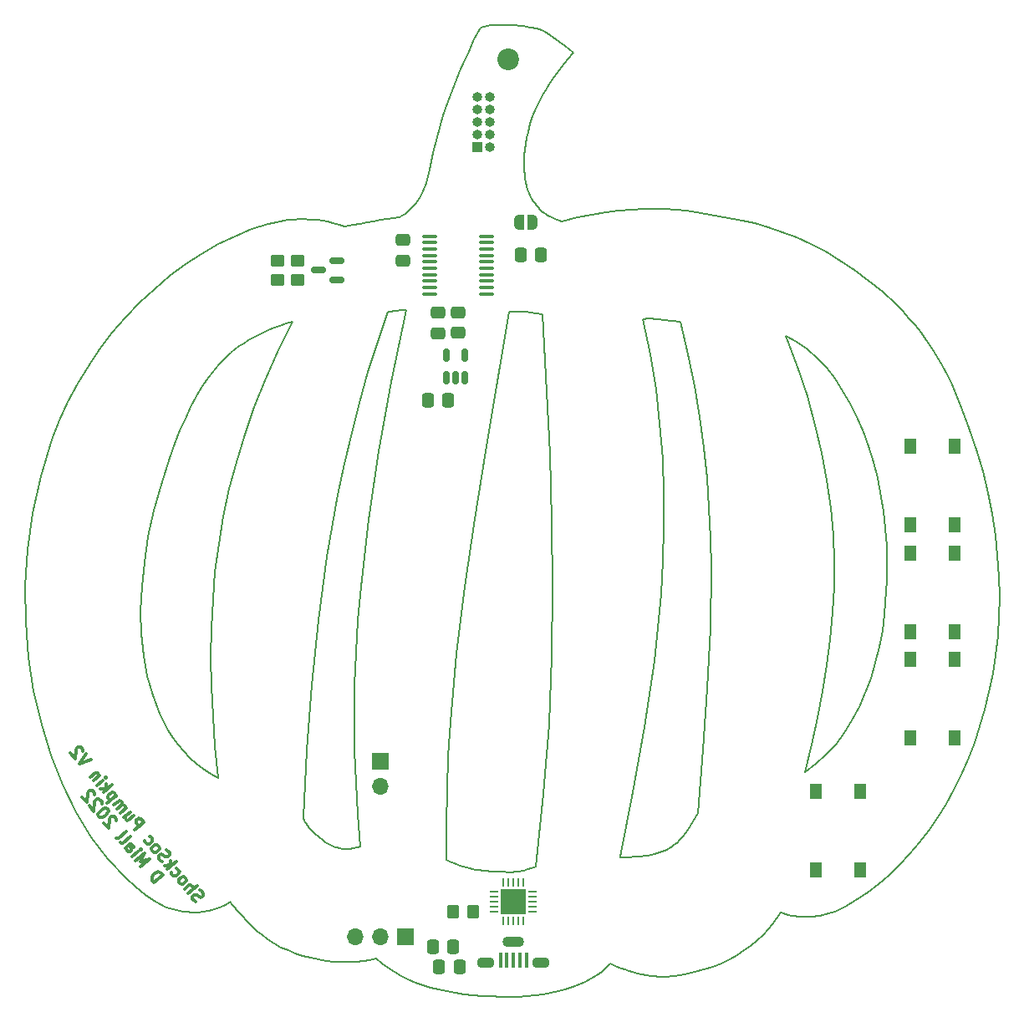
<source format=gbr>
%TF.GenerationSoftware,KiCad,Pcbnew,(6.0.7)*%
%TF.CreationDate,2022-10-09T23:44:08+01:00*%
%TF.ProjectId,Shocksoc-Pumpkin,53686f63-6b73-46f6-932d-50756d706b69,rev?*%
%TF.SameCoordinates,Original*%
%TF.FileFunction,Soldermask,Bot*%
%TF.FilePolarity,Negative*%
%FSLAX46Y46*%
G04 Gerber Fmt 4.6, Leading zero omitted, Abs format (unit mm)*
G04 Created by KiCad (PCBNEW (6.0.7)) date 2022-10-09 23:44:08*
%MOMM*%
%LPD*%
G01*
G04 APERTURE LIST*
G04 Aperture macros list*
%AMRoundRect*
0 Rectangle with rounded corners*
0 $1 Rounding radius*
0 $2 $3 $4 $5 $6 $7 $8 $9 X,Y pos of 4 corners*
0 Add a 4 corners polygon primitive as box body*
4,1,4,$2,$3,$4,$5,$6,$7,$8,$9,$2,$3,0*
0 Add four circle primitives for the rounded corners*
1,1,$1+$1,$2,$3*
1,1,$1+$1,$4,$5*
1,1,$1+$1,$6,$7*
1,1,$1+$1,$8,$9*
0 Add four rect primitives between the rounded corners*
20,1,$1+$1,$2,$3,$4,$5,0*
20,1,$1+$1,$4,$5,$6,$7,0*
20,1,$1+$1,$6,$7,$8,$9,0*
20,1,$1+$1,$8,$9,$2,$3,0*%
%AMFreePoly0*
4,1,22,0.500000,-0.750000,0.000000,-0.750000,0.000000,-0.745033,-0.079941,-0.743568,-0.215256,-0.701293,-0.333266,-0.622738,-0.424486,-0.514219,-0.481581,-0.384460,-0.499164,-0.250000,-0.500000,-0.250000,-0.500000,0.250000,-0.499164,0.250000,-0.499963,0.256109,-0.478152,0.396186,-0.417904,0.524511,-0.324060,0.630769,-0.204165,0.706417,-0.067858,0.745374,0.000000,0.744959,0.000000,0.750000,
0.500000,0.750000,0.500000,-0.750000,0.500000,-0.750000,$1*%
%AMFreePoly1*
4,1,20,0.000000,0.744959,0.073905,0.744508,0.209726,0.703889,0.328688,0.626782,0.421226,0.519385,0.479903,0.390333,0.500000,0.250000,0.500000,-0.250000,0.499851,-0.262216,0.476331,-0.402017,0.414519,-0.529596,0.319384,-0.634700,0.198574,-0.708877,0.061801,-0.746166,0.000000,-0.745033,0.000000,-0.750000,-0.500000,-0.750000,-0.500000,0.750000,0.000000,0.750000,0.000000,0.744959,
0.000000,0.744959,$1*%
G04 Aperture macros list end*
%ADD10C,0.300000*%
%TA.AperFunction,Profile*%
%ADD11C,0.150000*%
%TD*%
%ADD12C,2.200000*%
%ADD13R,1.000000X1.000000*%
%ADD14O,1.000000X1.000000*%
%ADD15R,1.300000X1.550000*%
%ADD16R,1.700000X1.700000*%
%ADD17O,1.700000X1.700000*%
%ADD18RoundRect,0.250000X0.475000X-0.337500X0.475000X0.337500X-0.475000X0.337500X-0.475000X-0.337500X0*%
%ADD19RoundRect,0.250000X-0.450000X0.350000X-0.450000X-0.350000X0.450000X-0.350000X0.450000X0.350000X0*%
%ADD20RoundRect,0.250000X-0.337500X-0.475000X0.337500X-0.475000X0.337500X0.475000X-0.337500X0.475000X0*%
%ADD21RoundRect,0.250000X0.337500X0.475000X-0.337500X0.475000X-0.337500X-0.475000X0.337500X-0.475000X0*%
%ADD22FreePoly0,0.000000*%
%ADD23FreePoly1,0.000000*%
%ADD24RoundRect,0.062500X0.350000X0.062500X-0.350000X0.062500X-0.350000X-0.062500X0.350000X-0.062500X0*%
%ADD25RoundRect,0.062500X0.062500X0.350000X-0.062500X0.350000X-0.062500X-0.350000X0.062500X-0.350000X0*%
%ADD26R,2.500000X2.500000*%
%ADD27RoundRect,0.100000X0.637500X0.100000X-0.637500X0.100000X-0.637500X-0.100000X0.637500X-0.100000X0*%
%ADD28RoundRect,0.150000X0.587500X0.150000X-0.587500X0.150000X-0.587500X-0.150000X0.587500X-0.150000X0*%
%ADD29RoundRect,0.250000X-0.350000X-0.450000X0.350000X-0.450000X0.350000X0.450000X-0.350000X0.450000X0*%
%ADD30RoundRect,0.150000X0.150000X-0.512500X0.150000X0.512500X-0.150000X0.512500X-0.150000X-0.512500X0*%
%ADD31R,0.450000X1.500000*%
%ADD32O,1.800000X1.100000*%
%ADD33O,2.200000X1.100000*%
G04 APERTURE END LIST*
D10*
X63853969Y-123447287D02*
X63700003Y-123352696D01*
X63516349Y-123133826D01*
X63486662Y-123009547D01*
X63493705Y-122929043D01*
X63544522Y-122811807D01*
X63632070Y-122738346D01*
X63756349Y-122708658D01*
X63836854Y-122715702D01*
X63954089Y-122766519D01*
X64144786Y-122904884D01*
X64262021Y-122955701D01*
X64342526Y-122962745D01*
X64466805Y-122933057D01*
X64554353Y-122859596D01*
X64605170Y-122742360D01*
X64612213Y-122661856D01*
X64582526Y-122537577D01*
X64398872Y-122318707D01*
X64244906Y-122224116D01*
X63038850Y-122564765D02*
X63958103Y-121793419D01*
X62708273Y-122170799D02*
X63189787Y-121766761D01*
X63314066Y-121737073D01*
X63431301Y-121787891D01*
X63541493Y-121919213D01*
X63571181Y-122043491D01*
X63564138Y-122123996D01*
X62230774Y-121601737D02*
X62348010Y-121652554D01*
X62428514Y-121659598D01*
X62552793Y-121629910D01*
X62815437Y-121409526D01*
X62866254Y-121292290D01*
X62873297Y-121211786D01*
X62843610Y-121087507D01*
X62733418Y-120956185D01*
X62616182Y-120905368D01*
X62535677Y-120898325D01*
X62411399Y-120928012D01*
X62148755Y-121148397D01*
X62097938Y-121265632D01*
X62090894Y-121346137D01*
X62120582Y-121470415D01*
X62230774Y-121601737D01*
X61356280Y-120470657D02*
X61385968Y-120594936D01*
X61532890Y-120770032D01*
X61650126Y-120820849D01*
X61730631Y-120827892D01*
X61854909Y-120798205D01*
X62117553Y-120577820D01*
X62168370Y-120460585D01*
X62175413Y-120380080D01*
X62145726Y-120255802D01*
X61998803Y-120080706D01*
X61881568Y-120029889D01*
X60981930Y-120113422D02*
X61901183Y-119342077D01*
X61258660Y-119732029D02*
X60688084Y-119763231D01*
X61300919Y-119249000D02*
X61244573Y-119893038D01*
X60438012Y-119376308D02*
X60284046Y-119281717D01*
X60100392Y-119062847D01*
X60070705Y-118938568D01*
X60077748Y-118858064D01*
X60128565Y-118740828D01*
X60216113Y-118667367D01*
X60340392Y-118637679D01*
X60420897Y-118644723D01*
X60538132Y-118695540D01*
X60728829Y-118833905D01*
X60846064Y-118884722D01*
X60926569Y-118891765D01*
X61050848Y-118862078D01*
X61138396Y-118788617D01*
X61189213Y-118671381D01*
X61196256Y-118590876D01*
X61166569Y-118466598D01*
X60982915Y-118247728D01*
X60828949Y-118153137D01*
X59512701Y-118362464D02*
X59629936Y-118413281D01*
X59710441Y-118420324D01*
X59834720Y-118390637D01*
X60097363Y-118170252D01*
X60148181Y-118053017D01*
X60155224Y-117972512D01*
X60125536Y-117848233D01*
X60015344Y-117716912D01*
X59898109Y-117666094D01*
X59817604Y-117659051D01*
X59693325Y-117688739D01*
X59430682Y-117909123D01*
X59379864Y-118026358D01*
X59372821Y-118106863D01*
X59402509Y-118231142D01*
X59512701Y-118362464D01*
X58638207Y-117231384D02*
X58667894Y-117355662D01*
X58814817Y-117530758D01*
X58932053Y-117581575D01*
X59012557Y-117588619D01*
X59136836Y-117558931D01*
X59399480Y-117338547D01*
X59450297Y-117221311D01*
X59457340Y-117140807D01*
X59427653Y-117016528D01*
X59280730Y-116841432D01*
X59163494Y-116790615D01*
X57676165Y-116173765D02*
X58595418Y-115402420D01*
X58301572Y-115052228D01*
X58184337Y-115001411D01*
X58103832Y-114994368D01*
X57979554Y-115024055D01*
X57848232Y-115134247D01*
X57797414Y-115251483D01*
X57790371Y-115331988D01*
X57820059Y-115456266D01*
X58113904Y-115806458D01*
X57187079Y-114346316D02*
X56574243Y-114860546D01*
X57517655Y-114740282D02*
X57036142Y-115144320D01*
X56911863Y-115174007D01*
X56794627Y-115123190D01*
X56684435Y-114991868D01*
X56654748Y-114867589D01*
X56661791Y-114787085D01*
X56206936Y-114422806D02*
X56819771Y-113908576D01*
X56732224Y-113982038D02*
X56739267Y-113901533D01*
X56709579Y-113777254D01*
X56599387Y-113645933D01*
X56482152Y-113595115D01*
X56357873Y-113624803D01*
X55876359Y-114028841D01*
X56357873Y-113624803D02*
X56408690Y-113507567D01*
X56379003Y-113383289D01*
X56268811Y-113251967D01*
X56151575Y-113201150D01*
X56027297Y-113230837D01*
X55545783Y-113634875D01*
X55791311Y-112682905D02*
X54872058Y-113454250D01*
X55747537Y-112719636D02*
X55717850Y-112595357D01*
X55570927Y-112420261D01*
X55453692Y-112369444D01*
X55373187Y-112362401D01*
X55248908Y-112392088D01*
X54986264Y-112612473D01*
X54935447Y-112729708D01*
X54928404Y-112810213D01*
X54958091Y-112934492D01*
X55105014Y-113109587D01*
X55222250Y-113160405D01*
X54480592Y-112365430D02*
X55399845Y-111594085D01*
X54757322Y-111984036D02*
X54186746Y-112015238D01*
X54799582Y-111501008D02*
X54743236Y-112145046D01*
X53856170Y-111621272D02*
X54469005Y-111107042D01*
X54775423Y-110849927D02*
X54768380Y-110930432D01*
X54687875Y-110923389D01*
X54694918Y-110842884D01*
X54775423Y-110849927D01*
X54687875Y-110923389D01*
X54101698Y-110669303D02*
X53488863Y-111183533D01*
X54014150Y-110742764D02*
X54021193Y-110662259D01*
X53991506Y-110537981D01*
X53881314Y-110406659D01*
X53764078Y-110355842D01*
X53639800Y-110385529D01*
X53158286Y-110789567D01*
X53232733Y-109011421D02*
X52056365Y-109476348D01*
X52718503Y-108398585D01*
X52410571Y-108209403D02*
X52417614Y-108128898D01*
X52387926Y-108004619D01*
X52204273Y-107785750D01*
X52087037Y-107734932D01*
X52006533Y-107727889D01*
X51882254Y-107757577D01*
X51794706Y-107831038D01*
X51700115Y-107985004D01*
X51615596Y-108951060D01*
X51138097Y-108381999D01*
X59630489Y-121508497D02*
X60549742Y-120737152D01*
X60366089Y-120518282D01*
X60212123Y-120423691D01*
X60051113Y-120409605D01*
X59926835Y-120439292D01*
X59715008Y-120542441D01*
X59583686Y-120652633D01*
X59445321Y-120843330D01*
X59394504Y-120960565D01*
X59380417Y-121121575D01*
X59446836Y-121289627D01*
X59630489Y-121508497D01*
X58271452Y-119888860D02*
X59190706Y-119117515D01*
X58276981Y-119362058D01*
X58676476Y-118504680D01*
X57757222Y-119276025D01*
X57389915Y-118838285D02*
X58002751Y-118324055D01*
X58309169Y-118066940D02*
X58302125Y-118147445D01*
X58221621Y-118140401D01*
X58228664Y-118059897D01*
X58309169Y-118066940D01*
X58221621Y-118140401D01*
X56692031Y-118006580D02*
X57173545Y-117602542D01*
X57297824Y-117572854D01*
X57415059Y-117623672D01*
X57561982Y-117798767D01*
X57591670Y-117923046D01*
X56735805Y-117969849D02*
X56765493Y-118094128D01*
X56949147Y-118312998D01*
X57066382Y-118363815D01*
X57190661Y-118334127D01*
X57278209Y-118260666D01*
X57329026Y-118143430D01*
X57299338Y-118019152D01*
X57115685Y-117800282D01*
X57085997Y-117676003D01*
X56214532Y-117437518D02*
X56331768Y-117488335D01*
X56456046Y-117458648D01*
X57243978Y-116797495D01*
X55810494Y-116956005D02*
X55927730Y-117006822D01*
X56052008Y-116977134D01*
X56839940Y-116315981D01*
X55797393Y-115251320D02*
X55804436Y-115170815D01*
X55774749Y-115046536D01*
X55591095Y-114827666D01*
X55473860Y-114776849D01*
X55393355Y-114769806D01*
X55269076Y-114799493D01*
X55181529Y-114872955D01*
X55086937Y-115026921D01*
X55002418Y-115992977D01*
X54524919Y-115423916D01*
X54966673Y-114083509D02*
X54893212Y-113995961D01*
X54775976Y-113945144D01*
X54695471Y-113938101D01*
X54571193Y-113967788D01*
X54359366Y-114070937D01*
X54140496Y-114254590D01*
X54002131Y-114445287D01*
X53951314Y-114562523D01*
X53944271Y-114643027D01*
X53973958Y-114767306D01*
X54047420Y-114854854D01*
X54164655Y-114905671D01*
X54245160Y-114912714D01*
X54369438Y-114883027D01*
X54581265Y-114779878D01*
X54800135Y-114596225D01*
X54938500Y-114405528D01*
X54989317Y-114288292D01*
X54996360Y-114207788D01*
X54966673Y-114083509D01*
X54328164Y-113500361D02*
X54335207Y-113419856D01*
X54305520Y-113295577D01*
X54121866Y-113076708D01*
X54004631Y-113025890D01*
X53924126Y-113018847D01*
X53799848Y-113048535D01*
X53712300Y-113121996D01*
X53617708Y-113275962D01*
X53533190Y-114242018D01*
X53055690Y-113672957D01*
X53593550Y-112624881D02*
X53600593Y-112544377D01*
X53570906Y-112420098D01*
X53387252Y-112201228D01*
X53270017Y-112150411D01*
X53189512Y-112143368D01*
X53065233Y-112173055D01*
X52977685Y-112246517D01*
X52883094Y-112400483D01*
X52798575Y-113366539D01*
X52321076Y-112797478D01*
D11*
X102498533Y-54102398D02*
X100947157Y-54481130D01*
X133881078Y-90853150D02*
X133833389Y-87362595D01*
X124675709Y-56140140D02*
X123233495Y-55565649D01*
X66997727Y-68181187D02*
X66609332Y-68558657D01*
X103970625Y-53798572D02*
X102498533Y-54102398D01*
X97676376Y-63735766D02*
X97336944Y-63688964D01*
X70497813Y-126762117D02*
X70497813Y-126762117D01*
X125928115Y-124967216D02*
X126192976Y-124952584D01*
X69787150Y-126148287D02*
X70132420Y-126454556D01*
X67332905Y-123429544D02*
X67545951Y-123719744D01*
X84480927Y-54093479D02*
X84480260Y-54096107D01*
X82341551Y-77813956D02*
X83626297Y-70732284D01*
X96977322Y-34706182D02*
X96611498Y-34658888D01*
X92683768Y-34827858D02*
X92059039Y-36066917D01*
X85148150Y-63466434D02*
X84932598Y-63492489D01*
X83626297Y-70732284D02*
X85148150Y-63466428D01*
X64609375Y-124444064D02*
X65102227Y-124358968D01*
X46896703Y-98661494D02*
X47436459Y-102123326D01*
X94457491Y-34583654D02*
X94102570Y-34608740D01*
X75913103Y-116527351D02*
X76027740Y-116633659D01*
X117356622Y-54043029D02*
X115482329Y-53700187D01*
X65872344Y-69363858D02*
X65522282Y-69792098D01*
X90603511Y-119762314D02*
X90921951Y-119866007D01*
X127688136Y-108531999D02*
X128649605Y-107475457D01*
X84160099Y-63560175D02*
X83900352Y-63584931D01*
X104937221Y-130537459D02*
X105409461Y-130144061D01*
X113521177Y-53420972D02*
X112494946Y-53318635D01*
X74702206Y-128916462D02*
X75483791Y-129123545D01*
X88917597Y-43792641D02*
X88536082Y-45028228D01*
X75286822Y-115857681D02*
X75358766Y-115944730D01*
X91394153Y-37479069D02*
X91007420Y-38343438D01*
X77129782Y-88497646D02*
X76248637Y-94922799D01*
X71110469Y-127232547D02*
X71766442Y-127657677D01*
X78396225Y-54829168D02*
X78065868Y-54734775D01*
X66078806Y-110881853D02*
X65785982Y-107710346D01*
X109305260Y-118788275D02*
X109641809Y-118735198D01*
X60183809Y-104372114D02*
X61042839Y-106035884D01*
X95661305Y-120422146D02*
X95912460Y-120421179D01*
X97377031Y-133011255D02*
X98208858Y-132933707D01*
X90597384Y-39298150D02*
X90173716Y-40331815D01*
X97717467Y-34827793D02*
X97345881Y-34762586D01*
X60827516Y-123985116D02*
X61191239Y-124110602D01*
X142173682Y-75380833D02*
X141316071Y-73137553D01*
X126184627Y-107521222D02*
X125509825Y-110298578D01*
X82243592Y-66725337D02*
X81290207Y-69777235D01*
X76716644Y-54449879D02*
X76160941Y-54374583D01*
X58156469Y-62730330D02*
X56738128Y-64218626D01*
X92916294Y-120271651D02*
X93293460Y-120310097D01*
X93748031Y-34645396D02*
X93393581Y-34693930D01*
X102086924Y-37388533D02*
X101663118Y-37043032D01*
X84485912Y-54067422D02*
X84484890Y-54072636D01*
X97101910Y-63664435D02*
X96890798Y-63656394D01*
X110289316Y-99051026D02*
X109321799Y-105726379D01*
X78978934Y-118080390D02*
X79237445Y-118082532D01*
X127714681Y-69353994D02*
X126782321Y-68357120D01*
X66166640Y-87197214D02*
X66635752Y-84406780D01*
X100655439Y-36266770D02*
X100358650Y-36051143D01*
X72768916Y-54418875D02*
X72385471Y-54479966D01*
X98301672Y-119863565D02*
X98301672Y-119863565D01*
X111268230Y-85465027D02*
X111168219Y-88893620D01*
X111781962Y-118014446D02*
X111990705Y-117890395D01*
X84633001Y-130955667D02*
X85337228Y-131300477D01*
X97090236Y-48834076D02*
X97095819Y-48335672D01*
X97176825Y-47253396D02*
X97254705Y-46667940D01*
X67214238Y-123512658D02*
X67332905Y-123429544D01*
X111431300Y-53248295D02*
X110325005Y-53215316D01*
X94813088Y-34569830D02*
X94457491Y-34583654D01*
X97468201Y-51276143D02*
X97362367Y-50930451D01*
X59606502Y-83834399D02*
X59037330Y-86463656D01*
X97721447Y-51900282D02*
X97588304Y-51599156D01*
X113708452Y-67946539D02*
X112937727Y-64675594D01*
X120475942Y-54700098D02*
X119185927Y-54406591D01*
X71222462Y-65491988D02*
X70679422Y-65730910D01*
X80809217Y-129431005D02*
X81476404Y-129318534D01*
X136682242Y-65027205D02*
X136064447Y-64298760D01*
X128387891Y-86215992D02*
X128490872Y-88883728D01*
X69652966Y-66252134D02*
X69168081Y-66534945D01*
X98470896Y-34983383D02*
X98470896Y-34983383D01*
X113725577Y-116117559D02*
X113971918Y-115727186D01*
X74232322Y-54292715D02*
X73878033Y-54308043D01*
X73610495Y-64674947D02*
X72979638Y-64858920D01*
X81200076Y-54598314D02*
X80496296Y-54731608D01*
X79936202Y-108059172D02*
X79903191Y-104788850D01*
X106872115Y-118922427D02*
X106898216Y-118924778D01*
X74708817Y-114889573D02*
X74721029Y-114928826D01*
X145196034Y-94538790D02*
X145240021Y-92531613D01*
X127333999Y-124785074D02*
X127637622Y-124711616D01*
X127947782Y-124623792D02*
X128264072Y-124520734D01*
X99800920Y-132687186D02*
X100557371Y-132518967D01*
X99889050Y-54095023D02*
X99695265Y-53994739D01*
X67400369Y-67820131D02*
X66997727Y-68181187D01*
X97822797Y-120019795D02*
X98301672Y-119863565D01*
X95375849Y-120417642D02*
X95661305Y-120422146D01*
X69774126Y-73258250D02*
X70902338Y-70432317D01*
X80417254Y-72846583D02*
X79621041Y-75934597D01*
X99900165Y-98521685D02*
X99989752Y-91708369D01*
X83900352Y-63584931D02*
X83659330Y-63613628D01*
X62631018Y-108211507D02*
X63240422Y-108845236D01*
X97142765Y-49749378D02*
X97106294Y-49305047D01*
X68788989Y-76060242D02*
X69774126Y-73258250D01*
X84488619Y-54056905D02*
X84487831Y-54059549D01*
X68251328Y-67146240D02*
X67817991Y-67475233D01*
X99742996Y-40412467D02*
X100134489Y-39832858D01*
X111118333Y-78537219D02*
X111254962Y-82013251D01*
X68164769Y-124481125D02*
X68379304Y-124725894D01*
X130321611Y-105058447D02*
X131033923Y-103715009D01*
X91091442Y-91477721D02*
X90255258Y-98313130D01*
X107640236Y-118918492D02*
X107891419Y-118907854D01*
X77845849Y-129495542D02*
X78618754Y-129538337D01*
X76248637Y-94922799D02*
X75571112Y-101456683D01*
X58563171Y-98491695D02*
X58944191Y-100587747D01*
X115296426Y-77439574D02*
X114879673Y-74320515D01*
X133419365Y-61648193D02*
X132014643Y-60478696D01*
X98725345Y-53291785D02*
X98539763Y-53105342D01*
X128336206Y-94165234D02*
X128093077Y-96799019D01*
X89635802Y-105186706D02*
X89423084Y-108651001D01*
X80264134Y-117900526D02*
X80535082Y-117808259D01*
X88422177Y-132327722D02*
X89257446Y-132505830D01*
X101207537Y-36684349D02*
X100655439Y-36266770D01*
X84932598Y-63492489D02*
X84688132Y-63515661D01*
X86050641Y-52726890D02*
X85786627Y-53042883D01*
X111071097Y-131027003D02*
X111288176Y-131020166D01*
X70156501Y-65984207D02*
X69652966Y-66252134D01*
X145240021Y-92531613D02*
X145196375Y-90488273D01*
X77632617Y-117748259D02*
X77795599Y-117817514D01*
X66078806Y-110881853D02*
X66078806Y-110881853D01*
X109961423Y-118673420D02*
X110264785Y-118603143D01*
X84486489Y-54064806D02*
X84485912Y-54067422D01*
X115832866Y-83581906D02*
X115611448Y-80524033D01*
X79621041Y-75934597D02*
X78897878Y-79042493D01*
X124166142Y-124827168D02*
X124541474Y-124892893D01*
X73933614Y-128666898D02*
X74702206Y-128916462D01*
X112554969Y-117477861D02*
X112886345Y-117171229D01*
X142918571Y-77607809D02*
X142173682Y-75380833D01*
X63240422Y-108845236D02*
X63889875Y-109430669D01*
X138076311Y-116211544D02*
X138974178Y-114900421D01*
X67762669Y-55989329D02*
X66068923Y-56816812D01*
X70132420Y-126454556D02*
X70497813Y-126762117D01*
X133394104Y-95989107D02*
X133632080Y-94301792D01*
X76595428Y-117113330D02*
X76774828Y-117247630D01*
X48125999Y-80313733D02*
X47308234Y-84030226D01*
X106898216Y-118924778D02*
X106929744Y-118926817D01*
X87564466Y-49212751D02*
X87481405Y-49585020D01*
X82690672Y-129680293D02*
X83309127Y-130147434D01*
X131432639Y-75799118D02*
X130817854Y-74343711D01*
X93393581Y-34693930D02*
X93038924Y-34754648D01*
X103868196Y-131243398D02*
X104422836Y-130904030D01*
X138932034Y-68208789D02*
X138405960Y-67372917D01*
X99911370Y-84917937D02*
X99697213Y-78073929D01*
X99303809Y-53756242D02*
X99108596Y-53616443D01*
X62884236Y-124470196D02*
X63498556Y-124507653D01*
X107118922Y-118930793D02*
X107257504Y-118929545D01*
X144206460Y-102156199D02*
X144569625Y-100318506D01*
X61733478Y-77038419D02*
X61217459Y-78450418D01*
X75003130Y-115470988D02*
X75050375Y-115541549D01*
X98990344Y-63919332D02*
X98990344Y-63919328D01*
X73610495Y-64674947D02*
X73610495Y-64674947D01*
X110825491Y-118437911D02*
X111084201Y-118343364D01*
X126604507Y-75131637D02*
X127270590Y-77984753D01*
X137279481Y-65782278D02*
X136682242Y-65027205D01*
X96523861Y-133057825D02*
X97377031Y-133011255D01*
X75608488Y-116223660D02*
X75703670Y-116322261D01*
X110740972Y-64420675D02*
X110339094Y-64382414D01*
X93212547Y-77752525D02*
X92093992Y-84638259D01*
X100875681Y-38825390D02*
X101498372Y-38054658D01*
X109934964Y-130945116D02*
X110396612Y-130998923D01*
X114879673Y-74320515D02*
X114353058Y-71158841D01*
X110339094Y-64382414D02*
X110024474Y-64361644D01*
X91000652Y-132780615D02*
X91907398Y-132881011D01*
X109470613Y-130868283D02*
X109934964Y-130945116D01*
X65568704Y-104615945D02*
X65432600Y-101590230D01*
X98676973Y-35045907D02*
X98569610Y-35009243D01*
X66609332Y-68558657D02*
X66234449Y-68952796D01*
X78897878Y-79042493D02*
X78244075Y-82171489D01*
X98186832Y-52680263D02*
X98021940Y-52440043D01*
X75158719Y-115693020D02*
X75220204Y-115773747D01*
X106805933Y-118898584D02*
X106804442Y-118901567D01*
X75220204Y-115773747D02*
X75286822Y-115857681D01*
X106367333Y-129943576D02*
X106958540Y-130165893D01*
X100358650Y-36051143D02*
X100056275Y-35839089D01*
X75703670Y-116322261D02*
X75805143Y-116423521D01*
X80275162Y-94873126D02*
X80549289Y-91522756D01*
X113466180Y-116489446D02*
X113725577Y-116117559D01*
X144082730Y-82002922D02*
X143553875Y-79816000D01*
X69168081Y-66534945D02*
X68701113Y-66832895D01*
X99108596Y-53616443D02*
X98915365Y-53461888D01*
X128471224Y-91530140D02*
X128336206Y-94165234D01*
X112494946Y-53318635D02*
X111431300Y-53248295D01*
X128490872Y-88883728D02*
X128471224Y-91530140D01*
X102086924Y-37388533D02*
X102086924Y-37388533D01*
X87073573Y-50892660D02*
X86956457Y-51176371D01*
X70497813Y-126762117D02*
X71110469Y-127232547D01*
X93692227Y-120342190D02*
X94115896Y-120368672D01*
X84487831Y-54059549D02*
X84487125Y-54062182D01*
X98914553Y-35148601D02*
X98792211Y-35092614D01*
X110396612Y-130998923D02*
X110624577Y-131015841D01*
X123346194Y-124604236D02*
X123565259Y-124675904D01*
X126747983Y-124892360D02*
X127037317Y-124845033D01*
X131033923Y-103715009D02*
X131664959Y-102292970D01*
X97588304Y-51599156D02*
X97468201Y-51276143D01*
X114687285Y-114461465D02*
X115209995Y-108049459D01*
X77297763Y-117580293D02*
X77466637Y-117669342D01*
X108951094Y-118832445D02*
X109305260Y-118788275D01*
X76027740Y-116633659D02*
X76149250Y-116742353D01*
X112349518Y-130931969D02*
X113374407Y-130783041D01*
X97095819Y-48335672D02*
X97124273Y-47809043D01*
X101498372Y-38054658D02*
X102086924Y-37388533D01*
X108187170Y-118893251D02*
X108187170Y-118893251D01*
X73515700Y-54333673D02*
X73145827Y-54370364D01*
X62233073Y-124375937D02*
X62563146Y-124430665D01*
X127749095Y-99441503D02*
X127311521Y-102102693D01*
X61894246Y-124305015D02*
X62233073Y-124375937D01*
X131981245Y-77320686D02*
X131432639Y-75799118D01*
X109321799Y-105726379D02*
X108143107Y-112334745D01*
X66614031Y-123849320D02*
X66867962Y-123719467D01*
X77466637Y-117669342D02*
X77632617Y-117748259D01*
X115650942Y-101819612D02*
X115945091Y-95707812D01*
X71200966Y-54746301D02*
X69475869Y-55296796D01*
X105837664Y-129724214D02*
X105837664Y-129724214D01*
X124746443Y-124920245D02*
X124962409Y-124942767D01*
X98208858Y-132933707D02*
X99017451Y-132825558D01*
X92093992Y-84638259D02*
X91091442Y-91477721D01*
X124735935Y-66723644D02*
X123623686Y-66104074D01*
X97254705Y-46667940D02*
X97359141Y-46051882D01*
X119185927Y-54406591D02*
X117356622Y-54043029D01*
X49258614Y-76628694D02*
X48125999Y-80313733D01*
X62563146Y-124430665D02*
X62884236Y-124470196D01*
X106822210Y-118888731D02*
X106812888Y-118893138D01*
X100557371Y-132518967D02*
X101284916Y-132321281D01*
X83956768Y-130571939D02*
X84633001Y-130955667D01*
X70902338Y-70432317D02*
X72179252Y-67574023D01*
X79909987Y-117996771D02*
X80097041Y-117950039D01*
X88189277Y-46285822D02*
X87886851Y-47554035D01*
X133079292Y-97640398D02*
X133394104Y-95989107D01*
X95651239Y-133073039D02*
X96523861Y-133057825D01*
X89223148Y-115660991D02*
X89248518Y-119217241D01*
X93293460Y-120310097D02*
X93692227Y-120342190D01*
X134773521Y-62921139D02*
X133419365Y-61648193D01*
X77126100Y-117480639D02*
X77297763Y-117580293D01*
X115209995Y-108049459D02*
X115650942Y-101819612D01*
X96672766Y-120360524D02*
X96826444Y-120330646D01*
X92683768Y-34827859D02*
X92683768Y-34827858D01*
X64579406Y-109966272D02*
X65309041Y-110450512D01*
X136064447Y-64298760D02*
X135427679Y-63596789D01*
X83358959Y-63667797D02*
X83281100Y-63689672D01*
X125789109Y-67477498D02*
X124735935Y-66723644D01*
X82549437Y-54369001D02*
X81883311Y-54477878D01*
X71200966Y-54746301D02*
X71200966Y-54746301D01*
X144508272Y-84166093D02*
X144082730Y-82002922D01*
X87638472Y-48821475D02*
X87564466Y-49212751D01*
X129582434Y-123938836D02*
X130742353Y-123264594D01*
X79374327Y-129541470D02*
X80106503Y-129505505D01*
X97124668Y-120252507D02*
X97443625Y-120149166D01*
X122282520Y-125667447D02*
X122696719Y-125081158D01*
X115482329Y-53700187D02*
X114515227Y-53549944D01*
X65785982Y-107710346D02*
X65568704Y-104615945D01*
X95169654Y-34566962D02*
X94813088Y-34569830D01*
X68876837Y-125262821D02*
X69158882Y-125549859D01*
X135132861Y-119709457D02*
X136152517Y-118618545D01*
X123623686Y-66104074D02*
X123623686Y-66104074D01*
X86317325Y-52357326D02*
X86050641Y-52726890D01*
X111561753Y-118131427D02*
X111781962Y-118014446D01*
X110552580Y-118524572D02*
X110825491Y-118437911D01*
X67941299Y-78846714D02*
X68788989Y-76060242D01*
X92059039Y-36066917D02*
X91394153Y-37479069D01*
X79237445Y-118082532D02*
X79479350Y-118066792D01*
X137134712Y-117451746D02*
X138076311Y-116211544D01*
X111288176Y-131020166D02*
X112349518Y-130931969D01*
X140342604Y-70880453D02*
X140342604Y-70880453D01*
X97198420Y-50167861D02*
X97142765Y-49749378D01*
X61191239Y-124110602D02*
X61546892Y-124216903D01*
X127637622Y-124711616D02*
X127947782Y-124623792D01*
X92557425Y-120226109D02*
X92916294Y-120271651D01*
X66234449Y-68952796D02*
X65872344Y-69363858D01*
X127270590Y-77984753D02*
X127785009Y-80776512D01*
X86068855Y-131608228D02*
X86827286Y-131880780D01*
X75102174Y-115615590D02*
X75158719Y-115693020D01*
X75241890Y-54300953D02*
X74914753Y-54289929D01*
X96890798Y-63656394D02*
X96623131Y-63659058D01*
X109641809Y-118735198D02*
X109961423Y-118673420D01*
X84876939Y-53840254D02*
X84593677Y-54007349D01*
X99697213Y-78073929D02*
X98990344Y-63919332D01*
X125509825Y-110298578D02*
X125509825Y-110298578D01*
X87638472Y-48821475D02*
X87638472Y-48821475D01*
X54126043Y-67444095D02*
X52947412Y-69167088D01*
X73145827Y-54370364D02*
X72768916Y-54418875D01*
X73184080Y-128374288D02*
X73933614Y-128666898D01*
X64537022Y-71182438D02*
X63926944Y-72199895D01*
X93038924Y-34754648D02*
X92683768Y-34827859D01*
X69158882Y-125549859D02*
X69462479Y-125845868D01*
X97491362Y-45404430D02*
X97491362Y-45404430D01*
X115308810Y-130318471D02*
X116215319Y-130010568D01*
X124788314Y-69201306D02*
X125779501Y-72207157D01*
X79768534Y-54879057D02*
X79013354Y-55041959D01*
X81290207Y-69777235D02*
X80417254Y-72846583D01*
X62792587Y-74461340D02*
X62256563Y-75709406D01*
X124541474Y-124892893D02*
X124746443Y-124920245D01*
X94761057Y-133056520D02*
X94761057Y-133056520D01*
X114361338Y-130577252D02*
X115308810Y-130318471D01*
X74721029Y-114928826D02*
X74738612Y-114976799D01*
X111276865Y-64479947D02*
X110740972Y-64420675D01*
X136152517Y-118618545D02*
X137134712Y-117451746D01*
X130572015Y-59411426D02*
X129104146Y-58445159D01*
X84482079Y-54088246D02*
X84480927Y-54093479D01*
X101981662Y-132094503D02*
X102645718Y-131839012D01*
X138974178Y-114900421D02*
X139825178Y-113520860D01*
X63889875Y-109430669D02*
X64579406Y-109966272D01*
X121287639Y-126804882D02*
X121812326Y-126243312D01*
X78065868Y-54734775D02*
X77673134Y-54636047D01*
X92213551Y-120172730D02*
X92557425Y-120226109D01*
X97362367Y-50930451D02*
X97272030Y-50561288D01*
X49258614Y-76628694D02*
X49258614Y-76628694D01*
X77673134Y-54636047D02*
X77222051Y-54539058D01*
X92836777Y-132959221D02*
X93788196Y-133017104D01*
X78618754Y-129538337D02*
X79374327Y-129541470D01*
X91007420Y-38343438D02*
X90597384Y-39298150D01*
X111084201Y-118343364D02*
X111329394Y-118241135D01*
X98470896Y-34983383D02*
X97717467Y-34827793D01*
X72979638Y-64858920D02*
X72371836Y-65056247D01*
X87886851Y-47554035D02*
X87638472Y-48821475D01*
X96623131Y-63659058D02*
X95596224Y-63673356D01*
X99459496Y-35450101D02*
X99177454Y-35285366D01*
X80051149Y-111317139D02*
X79936202Y-108059172D01*
X78853703Y-54980665D02*
X78396225Y-54829168D01*
X100134489Y-39832858D02*
X100875681Y-38825390D01*
X83549562Y-63629988D02*
X83448942Y-63647973D01*
X89248518Y-119217241D02*
X89606057Y-119374538D01*
X97953233Y-43862848D02*
X98257437Y-43116328D01*
X139431222Y-69071901D02*
X138932034Y-68208789D01*
X93788196Y-133017104D02*
X94761057Y-133056520D01*
X61179970Y-60038061D02*
X59639602Y-61334445D01*
X132462784Y-78899898D02*
X131981245Y-77320686D01*
X95527484Y-34574741D02*
X95169654Y-34566962D01*
X97345881Y-34762586D02*
X96977322Y-34706182D01*
X109136588Y-64369071D02*
X109136588Y-64369071D01*
X99017451Y-132825558D02*
X99800920Y-132687186D01*
X97336944Y-63688964D02*
X97101910Y-63664435D01*
X84479517Y-54098745D02*
X84479517Y-54098745D01*
X97694736Y-44627268D02*
X97953233Y-43862848D01*
X48204372Y-105451841D02*
X49185994Y-108619577D01*
X113971918Y-115727186D02*
X114210670Y-115319958D01*
X126641839Y-109475877D02*
X127688136Y-108531999D01*
X105409461Y-130144061D02*
X105837664Y-129724214D01*
X110024474Y-64361644D02*
X109750354Y-64354843D01*
X107430103Y-118925584D02*
X107640236Y-118918492D01*
X72371836Y-65056247D02*
X71786355Y-65267185D01*
X75358766Y-115944730D02*
X75436230Y-116034804D01*
X83448942Y-63647973D02*
X83358959Y-63667797D01*
X77222051Y-54539058D02*
X76716644Y-54449879D01*
X64074210Y-124496285D02*
X64609375Y-124444064D01*
X84483064Y-54083037D02*
X84482079Y-54088246D01*
X83281100Y-63689672D02*
X83281100Y-63689672D01*
X85337228Y-131300477D02*
X86068855Y-131608228D01*
X110434668Y-71508094D02*
X110848262Y-75035857D01*
X114687285Y-114461465D02*
X114687285Y-114461465D01*
X71995996Y-54554394D02*
X71600993Y-54642919D01*
X83281100Y-63689672D02*
X82243592Y-66725337D01*
X78704655Y-118056593D02*
X78978934Y-118080390D01*
X74708817Y-114889573D02*
X74708817Y-114889573D01*
X72179252Y-67574023D02*
X73610495Y-64674947D01*
X117899434Y-129262874D02*
X118674034Y-128830822D01*
X96134247Y-120414636D02*
X96331604Y-120402416D01*
X99695265Y-53994739D02*
X99499775Y-53882076D01*
X132014643Y-60478696D02*
X130572015Y-59411426D01*
X50366877Y-111599071D02*
X51732572Y-114362863D01*
X73610495Y-64674947D02*
X73610495Y-64674947D01*
X132993713Y-121653693D02*
X134078881Y-120722001D01*
X107010841Y-118929744D02*
X107118922Y-118930793D01*
X112937727Y-64675601D02*
X111276865Y-64479947D01*
X76951753Y-117369909D02*
X77126100Y-117480639D01*
X60333284Y-81159229D02*
X59606502Y-83834399D01*
X123623686Y-66104074D02*
X124788314Y-69201306D01*
X62256563Y-75709406D02*
X61733478Y-77038419D01*
X114515227Y-53549944D02*
X113521177Y-53420972D01*
X139901939Y-69962404D02*
X139431222Y-69071901D01*
X47436459Y-102123326D02*
X48204372Y-105451841D01*
X112376525Y-117621898D02*
X112554969Y-117477861D01*
X128155024Y-83516922D02*
X128387891Y-86215992D01*
X56794039Y-121085403D02*
X57759292Y-121940995D01*
X100947157Y-54481130D02*
X100622571Y-54388212D01*
X111990705Y-117890395D02*
X112188665Y-117759477D01*
X106834435Y-118916991D02*
X106851001Y-118919814D01*
X75805143Y-116423521D02*
X75913103Y-116527351D01*
X74578063Y-54286930D02*
X74232322Y-54292715D01*
X76413659Y-116966539D02*
X76595428Y-117113330D01*
X84479517Y-54098745D02*
X83201889Y-54270385D01*
X91557577Y-120039494D02*
X91881369Y-120110772D01*
X96975432Y-120294675D02*
X97124668Y-120252507D01*
X67973690Y-124255566D02*
X68164769Y-124481125D01*
X80535082Y-117808259D02*
X80250089Y-114565814D01*
X116215319Y-130010568D02*
X117079361Y-129657412D01*
X117079361Y-129657412D02*
X117899434Y-129262874D01*
X62770017Y-58848268D02*
X61179970Y-60038061D01*
X99754497Y-35636709D02*
X99459496Y-35450101D01*
X98359849Y-52901765D02*
X98186832Y-52680263D01*
X96331604Y-120402416D02*
X96509465Y-120384413D01*
X99989752Y-91708369D02*
X99911370Y-84917937D01*
X113374407Y-130783041D02*
X114361338Y-130577252D01*
X114210670Y-115319958D02*
X114687285Y-114461465D01*
X96248112Y-34621012D02*
X95886872Y-34592860D01*
X142065610Y-108996372D02*
X142697779Y-107367884D01*
X80549289Y-91522756D02*
X81310388Y-84735945D01*
X106851001Y-118919814D02*
X106872115Y-118922427D01*
X61217459Y-78450418D02*
X60333284Y-81159229D01*
X84483971Y-54077837D02*
X84483064Y-54083037D01*
X58277631Y-93953218D02*
X58341056Y-96276094D01*
X61546892Y-124216903D02*
X61894246Y-124305015D01*
X76272302Y-129288710D02*
X77061677Y-129412521D01*
X80535082Y-117808259D02*
X80535082Y-117808259D01*
X116027410Y-89649948D02*
X115968810Y-86621206D01*
X106804861Y-118904653D02*
X106807630Y-118907791D01*
X76160941Y-54374583D02*
X75558969Y-54319242D01*
X55392133Y-65792245D02*
X54126043Y-67444095D01*
X89248518Y-119217241D02*
X89248518Y-119217241D01*
X67225429Y-81626087D02*
X67941299Y-78846714D01*
X81310388Y-84735945D02*
X82341551Y-77813956D01*
X96826444Y-120330646D02*
X96975432Y-120294675D01*
X65432600Y-101590230D02*
X65383296Y-98624779D01*
X76149250Y-116742353D02*
X76277825Y-116853344D01*
X86827286Y-131880780D02*
X87611926Y-132119992D01*
X107257504Y-118929545D02*
X107430103Y-118925584D01*
X115945091Y-95707812D02*
X116027410Y-89649948D01*
X123053420Y-124488313D02*
X123053420Y-124488313D01*
X134078881Y-120722001D02*
X135132861Y-119709457D01*
X86834774Y-51443666D02*
X86580697Y-51930736D01*
X129393297Y-71665440D02*
X128585303Y-70459606D01*
X112886345Y-117171229D02*
X113188259Y-116841213D01*
X123233495Y-55565649D02*
X121829352Y-55086043D01*
X89606057Y-119374538D02*
X89948867Y-119517322D01*
X132686756Y-99247149D02*
X133079292Y-97640398D01*
X122696719Y-125081158D02*
X123053420Y-124488313D01*
X126782321Y-68357120D02*
X125789109Y-67477498D01*
X100947157Y-54481130D02*
X100947157Y-54481130D01*
X97866402Y-52180314D02*
X97721447Y-51900282D01*
X84593677Y-54007349D02*
X84488619Y-54056905D01*
X106821978Y-118914012D02*
X106834435Y-118916991D01*
X77061677Y-129412521D02*
X77845849Y-129495542D01*
X76277825Y-116853344D02*
X76413659Y-116966539D01*
X106812888Y-118893138D02*
X106808895Y-118895757D01*
X140342604Y-70880453D02*
X139901939Y-69962404D01*
X65383296Y-98624779D02*
X65426421Y-95711173D01*
X58372679Y-91535337D02*
X58277631Y-93953218D01*
X67545951Y-123719744D02*
X67806543Y-124051776D01*
X65812466Y-90005811D02*
X66166640Y-87197214D01*
X74914753Y-54289929D02*
X74578063Y-54286930D01*
X126143330Y-56810740D02*
X124675709Y-56140140D01*
X119185927Y-54406591D02*
X119185927Y-54406591D01*
X95051154Y-120407770D02*
X95375849Y-120417642D01*
X99088318Y-112522821D02*
X99610418Y-105434348D01*
X65426421Y-95711173D02*
X65567602Y-92840991D01*
X94761057Y-133056520D02*
X95651239Y-133073039D01*
X90280251Y-119646333D02*
X90603511Y-119762314D01*
X96611498Y-34658888D02*
X96248112Y-34621012D01*
X75050375Y-115541549D02*
X75102174Y-115615590D01*
X142697779Y-107367884D02*
X143267401Y-105683371D01*
X79950053Y-101503111D02*
X80074730Y-98198890D01*
X128913423Y-124265453D02*
X129245674Y-124111495D01*
X98990344Y-63919328D02*
X97676376Y-63735766D01*
X57759292Y-121940995D02*
X58754494Y-122711766D01*
X61042839Y-106035884D02*
X61532254Y-106805297D01*
X144857700Y-98434719D02*
X145067548Y-96507319D01*
X63498556Y-124507653D02*
X64074210Y-124496285D01*
X108187170Y-118893251D02*
X108578625Y-118867505D01*
X98965302Y-41697633D02*
X99350128Y-41035779D01*
X65953697Y-124122046D02*
X66308667Y-123986171D01*
X101663118Y-37043032D02*
X101207537Y-36684349D01*
X49185994Y-108619577D02*
X50366877Y-111599071D01*
X70679422Y-65730910D02*
X70156501Y-65984207D01*
X76774828Y-117247630D02*
X76951753Y-117369909D01*
X59777837Y-123394284D02*
X60827516Y-123985116D01*
X56738128Y-64218626D02*
X55392133Y-65792245D01*
X110965009Y-92300102D02*
X110668681Y-95685547D01*
X58944191Y-100587747D02*
X59484331Y-102551977D01*
X128264072Y-124520734D02*
X128586088Y-124401577D01*
X75571112Y-101456683D02*
X75067681Y-108109030D01*
X128093077Y-96799019D02*
X127749095Y-99441503D01*
X46599554Y-95093806D02*
X46896703Y-98661494D01*
X97491362Y-45404430D02*
X97694736Y-44627268D01*
X106929744Y-118926817D02*
X107010841Y-118929744D01*
X106813190Y-118910928D02*
X106821978Y-118914012D01*
X111288176Y-131020166D02*
X111288176Y-131020166D01*
X74855820Y-115225362D02*
X74921528Y-115340669D01*
X108120416Y-130542872D02*
X108557433Y-130662837D01*
X75519406Y-116127811D02*
X75608488Y-116223660D01*
X124962409Y-124942767D02*
X125188964Y-124959591D01*
X85290544Y-53527979D02*
X85070440Y-53703992D01*
X130742353Y-123264594D02*
X131880491Y-122502052D01*
X113188259Y-116841213D02*
X113466180Y-116489446D01*
X106804442Y-118901567D02*
X106804861Y-118904653D01*
X78112149Y-117928930D02*
X78415447Y-118007364D01*
X81476404Y-129318534D02*
X82102000Y-129168657D01*
X87185374Y-50592101D02*
X87073573Y-50892660D01*
X109136588Y-64369071D02*
X109867470Y-67952856D01*
X103275193Y-131555184D02*
X103868196Y-131243398D01*
X130137777Y-72962980D02*
X129393297Y-71665440D01*
X75067681Y-108109030D02*
X74708817Y-114889573D01*
X50011843Y-74692027D02*
X49258614Y-76628694D01*
X67806543Y-124051776D02*
X67973690Y-124255566D01*
X81883311Y-54477878D02*
X81200076Y-54598314D01*
X125425703Y-124969853D02*
X125672222Y-124972683D01*
X63347423Y-73292183D02*
X62792587Y-74461340D01*
X102645718Y-131839012D02*
X103275193Y-131555184D01*
X111168219Y-88893620D02*
X110965009Y-92300102D01*
X63926944Y-72199895D02*
X63347423Y-73292183D01*
X138405960Y-67372917D02*
X137854581Y-66564131D01*
X79903191Y-104788850D02*
X79950053Y-101503111D01*
X137854581Y-66564131D02*
X137279481Y-65782278D01*
X127311521Y-102102693D02*
X126787612Y-104792596D01*
X125672222Y-124972683D02*
X125928115Y-124967216D01*
X90173716Y-40331815D02*
X89746083Y-41433045D01*
X80106503Y-129505505D02*
X80809217Y-129431005D01*
X90255258Y-98313130D02*
X89635802Y-105186706D01*
X68379304Y-124725894D02*
X68616818Y-124987312D01*
X129245674Y-124111495D02*
X129582434Y-123938836D01*
X109867470Y-67952856D02*
X110434668Y-71508094D01*
X61532254Y-106805297D02*
X62061638Y-107531016D01*
X80250089Y-114565814D02*
X80051149Y-111317139D01*
X99177454Y-35285366D02*
X98914553Y-35148601D01*
X82102000Y-129168657D02*
X82690672Y-129680293D01*
X107704324Y-130417177D02*
X108120416Y-130542872D01*
X127785009Y-80776512D02*
X128155024Y-83516922D01*
X89257446Y-132505830D02*
X90117136Y-132656174D01*
X121812326Y-126243312D02*
X122282520Y-125667447D01*
X95912460Y-120421179D02*
X96134247Y-120414636D01*
X129582434Y-123938836D02*
X129582434Y-123938836D01*
X101284916Y-132321281D02*
X101981662Y-132094503D01*
X128649605Y-107475457D02*
X129527134Y-106314768D01*
X100056275Y-35839089D02*
X99754497Y-35636709D01*
X110848262Y-75035857D02*
X111118333Y-78537219D01*
X46559461Y-91447724D02*
X46599554Y-95093806D01*
X127037317Y-124845033D02*
X127333999Y-124785074D01*
X127623696Y-57578672D02*
X126143330Y-56810740D01*
X96509465Y-120384413D02*
X96672766Y-120360524D01*
X145061958Y-88411251D02*
X144833636Y-86303030D01*
X111254962Y-82013251D02*
X111268230Y-85465027D01*
X132215607Y-100800845D02*
X132686756Y-99247149D01*
X77955478Y-117877581D02*
X78112149Y-117928930D01*
X58625984Y-89034726D02*
X58372679Y-91535337D01*
X98597932Y-42392870D02*
X98965302Y-41697633D01*
X115968810Y-86621206D02*
X115832866Y-83581906D01*
X125509825Y-110298578D02*
X126641839Y-109475877D01*
X141374029Y-110566353D02*
X142065610Y-108996372D01*
X83201889Y-54270385D02*
X82549437Y-54369001D01*
X80496296Y-54731608D02*
X79768534Y-54879057D01*
X79013354Y-55041959D02*
X79013354Y-55041959D01*
X87611926Y-132119992D02*
X88422177Y-132327722D01*
X67332905Y-123429544D02*
X67332905Y-123429544D01*
X86956457Y-51176371D02*
X86834774Y-51443666D01*
X143267401Y-105683371D02*
X143771340Y-103945315D01*
X123565259Y-124675904D02*
X123839656Y-124752527D01*
X66635752Y-84406780D02*
X67225429Y-81626087D01*
X79013354Y-55041959D02*
X78853703Y-54980665D01*
X125188964Y-124959591D02*
X125425703Y-124969853D01*
X77795599Y-117817514D02*
X77955478Y-117877581D01*
X114353058Y-71158841D02*
X113708452Y-67946539D01*
X84484890Y-54072636D02*
X84483971Y-54077837D01*
X83309127Y-130147434D02*
X83956768Y-130571939D01*
X73878033Y-54308043D02*
X73515700Y-54333673D01*
X74921528Y-115340669D02*
X75003130Y-115470988D01*
X89423084Y-108651001D02*
X89283435Y-112140670D01*
X72385471Y-54479966D02*
X71995996Y-54554394D01*
X98569610Y-35009243D02*
X98470896Y-34983383D01*
X143553875Y-79816000D02*
X142918571Y-77607809D01*
X84688132Y-63515661D02*
X84160099Y-63560175D01*
X106833888Y-118884706D02*
X106833888Y-118884706D01*
X66068923Y-56816812D02*
X64402187Y-57772155D01*
X82102000Y-129168657D02*
X82102000Y-129168657D01*
X50882756Y-72798144D02*
X50011843Y-74692027D01*
X110264785Y-118603143D02*
X110552580Y-118524572D01*
X51863798Y-70954134D02*
X50882756Y-72798144D01*
X79703811Y-118036947D02*
X79909987Y-117996771D01*
X108143107Y-112334745D02*
X106833888Y-118884706D01*
X94102570Y-34608740D02*
X93748031Y-34645396D01*
X125509825Y-110298578D02*
X125509825Y-110298578D01*
X87291111Y-50274263D02*
X87185374Y-50592101D01*
X85070440Y-53703992D02*
X84876939Y-53840254D01*
X88536082Y-45028228D02*
X88189277Y-46285822D01*
X141316071Y-73137553D02*
X140342604Y-70880453D01*
X74804462Y-115125796D02*
X74855820Y-115225362D01*
X97272030Y-50561288D02*
X97198420Y-50167861D01*
X66308667Y-123986171D02*
X66614031Y-123849320D01*
X91238872Y-119958153D02*
X91557577Y-120039494D01*
X129104146Y-58445159D02*
X127623696Y-57578672D01*
X106808895Y-118895757D02*
X106805933Y-118898584D01*
X85786627Y-53042883D02*
X85531267Y-53308761D01*
X67817991Y-67475233D02*
X67400369Y-67820131D01*
X120080801Y-127869660D02*
X120709963Y-127348288D01*
X46790871Y-87750710D02*
X46559461Y-91447724D01*
X98257437Y-43116328D02*
X98597932Y-42392870D01*
X126192976Y-124952584D02*
X126466401Y-124927921D01*
X123053420Y-124488313D02*
X123185703Y-124544458D01*
X87390038Y-49938713D02*
X87291111Y-50274263D01*
X74765908Y-115042699D02*
X74804462Y-115125796D01*
X65567602Y-92840991D02*
X65812466Y-90005811D01*
X97359141Y-46051882D02*
X97491362Y-45404430D01*
X145067548Y-96507319D02*
X145196034Y-94538790D01*
X133496117Y-83898251D02*
X132876368Y-80528240D01*
X71786355Y-65267185D02*
X71222462Y-65491988D01*
X71600993Y-54642919D02*
X71200966Y-54746301D01*
X129527134Y-106314768D02*
X130321611Y-105058447D01*
X91881369Y-120110772D02*
X92213551Y-120172730D01*
X144569625Y-100318506D02*
X144857700Y-98434719D01*
X59639602Y-61334445D02*
X58156469Y-62730330D01*
X90921951Y-119866007D02*
X91238872Y-119958153D01*
X87481405Y-49585020D02*
X87390038Y-49938713D01*
X75436230Y-116034804D02*
X75519406Y-116127811D01*
X58754494Y-122711766D02*
X59777837Y-123394284D01*
X74738612Y-114976799D02*
X74765908Y-115042699D01*
X128585303Y-70459606D02*
X127714681Y-69353994D01*
X75558969Y-54319242D02*
X75241890Y-54300953D01*
X94115896Y-120368672D02*
X95051154Y-120407770D01*
X89283435Y-112140670D02*
X89223148Y-115660991D01*
X76413659Y-116966539D02*
X76413659Y-116966539D01*
X145196375Y-90488273D02*
X145061958Y-88411251D01*
X58341056Y-96276094D02*
X58563171Y-98491695D01*
X95051154Y-120407770D02*
X95051154Y-120407770D01*
X107963535Y-53282898D02*
X106697893Y-53394186D01*
X112937727Y-64675594D02*
X112937727Y-64675594D01*
X51732572Y-114362863D02*
X53268630Y-116883490D01*
X98915365Y-53461888D02*
X98725345Y-53291785D01*
X144833636Y-86303030D02*
X144508272Y-84166093D01*
X132876368Y-80528240D02*
X132462784Y-78899898D01*
X71766442Y-127657677D02*
X72459668Y-128038069D01*
X53268630Y-116883490D02*
X54960602Y-119133491D01*
X89324153Y-42590450D02*
X88917597Y-43792641D01*
X83659330Y-63613628D02*
X83549562Y-63629988D01*
X80097041Y-117950039D02*
X80264134Y-117900526D01*
X98792211Y-35092614D02*
X98676973Y-35045907D01*
X108578625Y-118867505D02*
X108951094Y-118832445D01*
X119401657Y-128365128D02*
X120080801Y-127869660D01*
X140626173Y-112075343D02*
X141374029Y-110566353D01*
X65550942Y-124248970D02*
X65953697Y-124122046D01*
X95596224Y-63673356D02*
X95596224Y-63673356D01*
X109750354Y-64354843D02*
X109136588Y-64369071D01*
X92683768Y-34827859D02*
X92683768Y-34827859D01*
X106697893Y-53394186D02*
X105368667Y-53564289D01*
X112937727Y-64675594D02*
X112937727Y-64675601D01*
X95596224Y-63673356D02*
X93212547Y-77752525D01*
X109170828Y-53225063D02*
X107963535Y-53282898D01*
X99610418Y-105434348D02*
X99900165Y-98521685D01*
X110325005Y-53215316D02*
X109170828Y-53225063D01*
X123185703Y-124544458D02*
X123346194Y-124604236D01*
X143771340Y-103945315D02*
X144206460Y-102156199D01*
X64402187Y-57772155D02*
X62770017Y-58848268D01*
X99350128Y-41035779D02*
X99742996Y-40412467D01*
X59037330Y-86463656D02*
X58625984Y-89034726D01*
X85531267Y-53308761D02*
X85290544Y-53527979D01*
X128586088Y-124401577D02*
X128913423Y-124265453D01*
X90117136Y-132656174D02*
X91000652Y-132780615D01*
X65183531Y-70237772D02*
X64537022Y-71182438D01*
X66867962Y-123719467D02*
X67214238Y-123512658D01*
X104422836Y-130904030D02*
X104937221Y-130537459D01*
X108557433Y-130662837D02*
X109009467Y-130772749D01*
X106958540Y-130165893D02*
X107315063Y-130290076D01*
X105368667Y-53564289D02*
X103970625Y-53798572D01*
X139825178Y-113520860D02*
X140626173Y-112075343D01*
X78244075Y-82171489D02*
X77129782Y-88497646D01*
X106807630Y-118907791D02*
X106813190Y-118910928D01*
X100622571Y-54388212D02*
X100266592Y-54261622D01*
X72459668Y-128038069D02*
X73184080Y-128374288D01*
X112188665Y-117759477D02*
X112376525Y-117621898D01*
X69462479Y-125845868D02*
X69787150Y-126148287D01*
X65102227Y-124358968D02*
X65550942Y-124248970D01*
X78415447Y-118007364D02*
X78704655Y-118056593D01*
X97443625Y-120149166D02*
X97822797Y-120019795D01*
X126466401Y-124927921D02*
X126747983Y-124892360D01*
X123839656Y-124752527D02*
X124166142Y-124827168D01*
X69475869Y-55296796D02*
X67762669Y-55989329D01*
X65309041Y-110450512D02*
X66078806Y-110881853D01*
X109009467Y-130772749D02*
X109470613Y-130868283D01*
X99499775Y-53882076D02*
X99303809Y-53756242D01*
X130817854Y-74343711D02*
X130137777Y-72962980D01*
X126787612Y-104792596D02*
X126184627Y-107521222D01*
X125779501Y-72207157D02*
X126604507Y-75131637D01*
X97106294Y-49305047D02*
X97090236Y-48834076D01*
X106833888Y-118884706D02*
X106822210Y-118888731D01*
X75483791Y-129123545D02*
X76272302Y-129288710D01*
X110624577Y-131015841D02*
X110849652Y-131025381D01*
X59484331Y-102551977D02*
X60183809Y-104372114D01*
X68701113Y-66832895D02*
X68251328Y-67146240D01*
X79479350Y-118066792D02*
X79703811Y-118036947D01*
X80074730Y-98198890D02*
X80275162Y-94873126D01*
X84487125Y-54062182D02*
X84486489Y-54064806D01*
X89746083Y-41433045D02*
X89324153Y-42590450D01*
X110849652Y-131025381D02*
X111071097Y-131027003D01*
X98301672Y-119863565D02*
X99088318Y-112522821D01*
X120709963Y-127348288D02*
X121287639Y-126804882D01*
X84488619Y-54056905D02*
X84488619Y-54056905D01*
X84480260Y-54096107D02*
X84479517Y-54098745D01*
X98021940Y-52440043D02*
X97866402Y-52180314D01*
X86580697Y-51930736D02*
X86317325Y-52357326D01*
X133833389Y-87362595D02*
X133496117Y-83898251D01*
X62061638Y-107531016D02*
X62631018Y-108211507D01*
X65522282Y-69792098D02*
X65183531Y-70237772D01*
X52947412Y-69167088D02*
X51863798Y-70954134D01*
X118674034Y-128830822D02*
X119401657Y-128365128D01*
X89948867Y-119517322D02*
X90280251Y-119646333D01*
X47308234Y-84030226D02*
X46790871Y-87750710D01*
X60827516Y-123985116D02*
X60827516Y-123985116D01*
X54960602Y-119133491D02*
X56794039Y-121085403D01*
X68616818Y-124987312D02*
X68876837Y-125262821D01*
X61217459Y-78450418D02*
X61217459Y-78450418D01*
X107315063Y-130290076D02*
X107704324Y-130417177D01*
X100266592Y-54261622D02*
X99889050Y-54095023D01*
X98990344Y-63919332D02*
X98990344Y-63919332D01*
X98539763Y-53105342D02*
X98359849Y-52901765D01*
X131664959Y-102292970D02*
X132215607Y-100800845D01*
X111329394Y-118241135D02*
X111561753Y-118131427D01*
X110668681Y-95685547D02*
X110289316Y-99051026D01*
X121829352Y-55086043D02*
X120475942Y-54700098D01*
X135427679Y-63596789D02*
X134773521Y-62921139D01*
X97124273Y-47809043D02*
X97176825Y-47253396D01*
X105837664Y-129724214D02*
X106367333Y-129943576D01*
X115611448Y-80524033D02*
X115296426Y-77439574D01*
X95886872Y-34592860D02*
X95527484Y-34574741D01*
X133632080Y-94301792D02*
X133881078Y-90853150D01*
X91907398Y-132881011D02*
X92836777Y-132959221D01*
X107891419Y-118907854D02*
X108187170Y-118893251D01*
X131880491Y-122502052D02*
X132993713Y-121653693D01*
D12*
%TO.C,REF\u002A\u002A*%
X95504000Y-38100000D03*
%TD*%
D13*
%TO.C,J4*%
X92339000Y-47000000D03*
D14*
X93609000Y-47000000D03*
X92339000Y-45730000D03*
X93609000Y-45730000D03*
X92339000Y-44460000D03*
X93609000Y-44460000D03*
X92339000Y-43190000D03*
X93609000Y-43190000D03*
X92339000Y-41920000D03*
X93609000Y-41920000D03*
%TD*%
D15*
%TO.C,SW3*%
X136180000Y-85255000D03*
X136180000Y-77305000D03*
X140680000Y-77305000D03*
X140680000Y-85255000D03*
%TD*%
D16*
%TO.C,J3*%
X82550000Y-109220000D03*
D17*
X82550000Y-111760000D03*
%TD*%
D18*
%TO.C,C8*%
X90424000Y-65792086D03*
X90424000Y-63717086D03*
%TD*%
D15*
%TO.C,SW4*%
X126655000Y-112230000D03*
X126655000Y-120180000D03*
X131155000Y-120180000D03*
X131155000Y-112230000D03*
%TD*%
D19*
%TO.C,R2*%
X74168000Y-58452000D03*
X74168000Y-60452000D03*
%TD*%
D20*
%TO.C,C7*%
X96752500Y-57912000D03*
X98827500Y-57912000D03*
%TD*%
D15*
%TO.C,SW2*%
X136180000Y-88100000D03*
X136180000Y-96050000D03*
X140680000Y-88100000D03*
X140680000Y-96050000D03*
%TD*%
D18*
%TO.C,C4*%
X84836000Y-58441500D03*
X84836000Y-56366500D03*
%TD*%
D16*
%TO.C,J2*%
X85075000Y-127000000D03*
D17*
X82535000Y-127000000D03*
X79995000Y-127000000D03*
%TD*%
D19*
%TO.C,R3*%
X72136000Y-58452000D03*
X72136000Y-60452000D03*
%TD*%
D21*
%TO.C,C2*%
X89429500Y-72644000D03*
X87354500Y-72644000D03*
%TD*%
D18*
%TO.C,C3*%
X88392000Y-65807500D03*
X88392000Y-63732500D03*
%TD*%
D15*
%TO.C,SW1*%
X136180000Y-106845000D03*
X136180000Y-98895000D03*
X140680000Y-106845000D03*
X140680000Y-98895000D03*
%TD*%
D22*
%TO.C,JP1*%
X96632000Y-54610000D03*
D23*
X97932000Y-54610000D03*
%TD*%
D21*
%TO.C,C1*%
X90572500Y-130048000D03*
X88497500Y-130048000D03*
%TD*%
D24*
%TO.C,U3*%
X97949500Y-122444000D03*
X97949500Y-122944000D03*
X97949500Y-123444000D03*
X97949500Y-123944000D03*
X97949500Y-124444000D03*
D25*
X97012000Y-125381500D03*
X96512000Y-125381500D03*
X96012000Y-125381500D03*
X95512000Y-125381500D03*
X95012000Y-125381500D03*
D24*
X94074500Y-124444000D03*
X94074500Y-123944000D03*
X94074500Y-123444000D03*
X94074500Y-122944000D03*
X94074500Y-122444000D03*
D25*
X95012000Y-121506500D03*
X95512000Y-121506500D03*
X96012000Y-121506500D03*
X96512000Y-121506500D03*
X97012000Y-121506500D03*
D26*
X96012000Y-123444000D03*
%TD*%
D27*
%TO.C,U2*%
X93286500Y-56003000D03*
X93286500Y-56653000D03*
X93286500Y-57303000D03*
X93286500Y-57953000D03*
X93286500Y-58603000D03*
X93286500Y-59253000D03*
X93286500Y-59903000D03*
X93286500Y-60553000D03*
X93286500Y-61203000D03*
X93286500Y-61853000D03*
X87561500Y-61853000D03*
X87561500Y-61203000D03*
X87561500Y-60553000D03*
X87561500Y-59903000D03*
X87561500Y-59253000D03*
X87561500Y-58603000D03*
X87561500Y-57953000D03*
X87561500Y-57303000D03*
X87561500Y-56653000D03*
X87561500Y-56003000D03*
%TD*%
D21*
%TO.C,C5*%
X89937500Y-128016000D03*
X87862500Y-128016000D03*
%TD*%
D28*
%TO.C,Q1*%
X78153500Y-58502000D03*
X78153500Y-60402000D03*
X76278500Y-59452000D03*
%TD*%
D29*
%TO.C,R1*%
X89932000Y-124460000D03*
X91932000Y-124460000D03*
%TD*%
D30*
%TO.C,U1*%
X91120000Y-70352500D03*
X90170000Y-70352500D03*
X89220000Y-70352500D03*
X89220000Y-68077500D03*
X91120000Y-68077500D03*
%TD*%
D31*
%TO.C,J1*%
X94712000Y-129349000D03*
X95362000Y-129349000D03*
X96012000Y-129349000D03*
X96662000Y-129349000D03*
X97312000Y-129349000D03*
D32*
X98812000Y-129599000D03*
X93212000Y-129599000D03*
D33*
X96012000Y-127449000D03*
%TD*%
M02*

</source>
